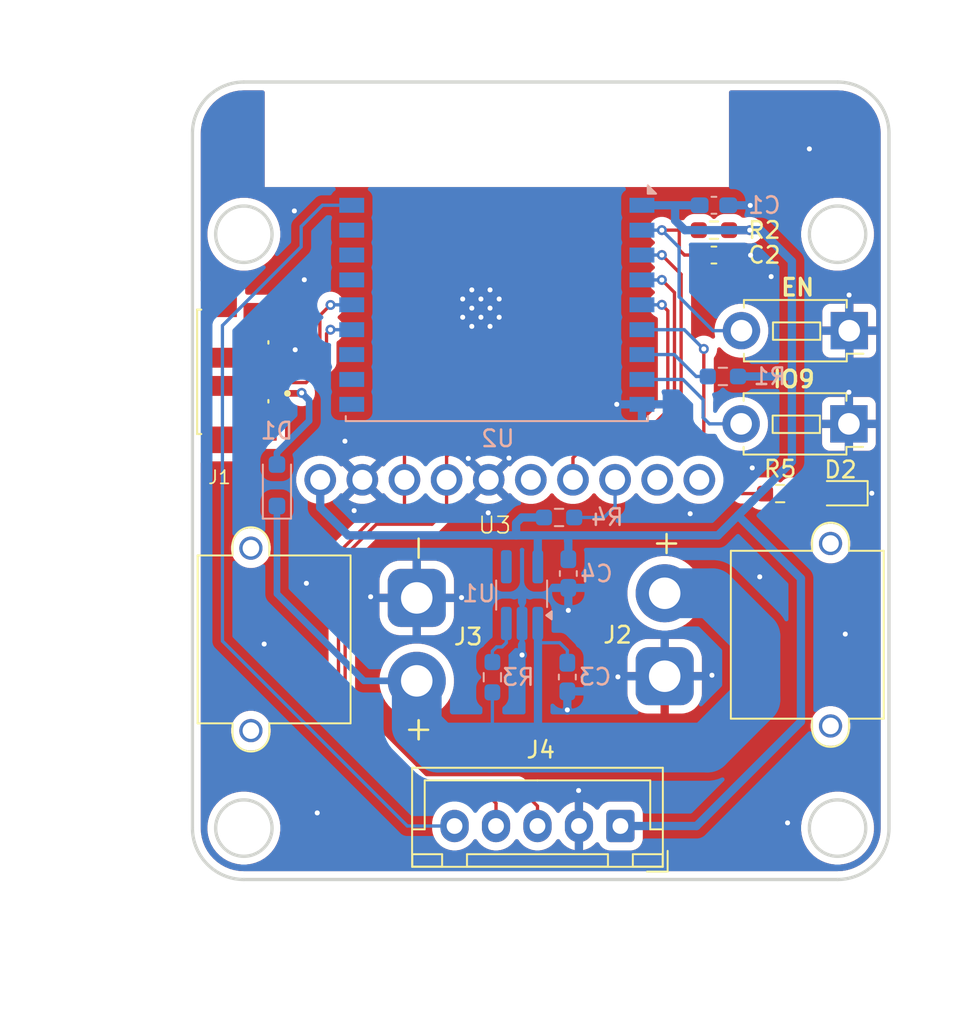
<source format=kicad_pcb>
(kicad_pcb (version 20241229) (generator "pcbnew") (generator_version "9.0")
  (layers (0 "F.Cu" signal) (2 "B.Cu" signal) (13 "F.Paste" user) (15 "B.Paste" user) (5 "F.SilkS" user "F.Silkscreen") (7 "B.SilkS" user "B.Silkscreen") (1 "F.Mask" user) (3 "B.Mask" user) (25 "Edge.Cuts" user))
  (net 0 "")
  (net 1 "Net-(U2-EN)")
  (net 2 "GND")
  (net 3 "VCC")
  (net 4 "+3V3")
  (net 5 "+5V")
  (net 6 "/D-")
  (net 7 "/D+")
  (net 8 "Net-(U2-IO8)")
  (net 9 "Net-(U1-EN)")
  (net 10 "Net-(U3-RST)")
  (net 11 "Net-(U2-IO9)")
  (net 13 "Net-(D2-A)")
  (net 14 "/INT1")
  (net 15 "/SCL")
  (net 18 "/LED")
  (net 22 "/SDA")
  (net 33 "/INT0")
  (footprint "Button_Switch_THT:SW_PUSH_1P1T_6x3.5mm_H4.3_APEM_MJTP1243" (layer "F.Cu") (at 165.32 86.99 180)
    (property "Reference" "SW2" (hide yes))
    (property "Value" "SW_Push")
    (fp_line (start 6.35 1.39) (end 6.35 1.85) (stroke (width 0.12)) (layer "F.SilkS"))
    (fp_line (start 6.35 -1.85) (end 6.35 -1.39) (stroke (width 0.12)) (layer "F.SilkS"))
    (fp_line (start 6.35 -1.85) (end 0.15 -1.85) (stroke (width 0.12)) (layer "F.SilkS"))
    (fp_line (start 0.15 1.85) (end 6.35 1.85) (stroke (width 0.12)) (layer "F.SilkS"))
    (fp_line (start 0.15 1.39) (end 0.15 1.85) (stroke (width 0.12)) (layer "F.SilkS"))
    (fp_line (start 0.15 -1.39) (end -0.85 -1.39) (stroke (width 0.12)) (layer "F.SilkS"))
    (fp_line (start 0.15 -1.85) (end 0.15 -1.39) (stroke (width 0.12)) (layer "F.SilkS"))
    (fp_rect (start 1.75 -0.55) (end 4.6 0.5) (stroke (width 0.12)) (fill no) (layer "F.SilkS"))
    (pad "1" thru_hole rect (at 0 0 270) (size 2.25 2.25) (drill 1.3) (layers "*.Cu" "*.Mask") (net 2 "GND"))
    (pad "2" thru_hole circle (at 6.5 0 270) (size 2.25 2.25) (drill 1.3) (layers "*.Cu" "*.Mask") (net 1 "Net-(U2-EN)"))
  )
  (footprint "Connector_AMASS:AMASS_XT30PW-M_1x02_P2.50mm_Horizontal" (layer "F.Cu") (at 139.24 103.1 90)
    (property "Reference" "J3" (at -2.34 3.1 180) (layer "F.SilkS"))
    (property "Value" "Conn_01x02_Pin")
    (fp_line (start 2.56 -13.21) (end 2.56 -11.11) (stroke (width 0.12)) (layer "F.SilkS"))
    (fp_line (start -7.56 -13.21) (end 2.56 -13.21) (stroke (width 0.12)) (layer "F.SilkS"))
    (fp_line (start -7.56 -13.21) (end -7.56 -11.11) (stroke (width 0.12)) (layer "F.SilkS"))
    (fp_line (start 2.56 -11.11) (end 3.15 -11.11) (stroke (width 0.12)) (layer "F.SilkS"))
    (fp_line (start -8.15 -11.11) (end -7.56 -11.11) (stroke (width 0.12)) (layer "F.SilkS"))
    (fp_line (start 2.56 -8.89) (end 3.15 -8.89) (stroke (width 0.12)) (layer "F.SilkS"))
    (fp_line (start 2.56 -8.89) (end 2.56 -3.99) (stroke (width 0.12)) (layer "F.SilkS"))
    (fp_line (start -7.56 -8.89) (end -7.56 -3.99) (stroke (width 0.12)) (layer "F.SilkS"))
    (fp_line (start -8.15 -8.89) (end -7.56 -8.89) (stroke (width 0.12)) (layer "F.SilkS"))
    (fp_line (start -7.56 -3.99) (end 2.56 -3.99) (stroke (width 0.12)) (layer "F.SilkS"))
    (fp_arc (start 3.15 -11.11) (mid 4.26 -10) (end 3.15 -8.89) (stroke (width 0.12)) (layer "F.SilkS"))
    (fp_arc (start -8.15 -8.89) (mid -9.26 -10) (end -8.15 -11.11) (stroke (width 0.12)) (layer "F.SilkS"))
    (fp_text user "-" (at 3 0 90) (layer "F.SilkS") (effects (font (size 1.5 1.5))))
    (fp_text user "+" (at -7.95 0 90) (layer "F.SilkS") (effects (font (size 1.5 1.5))))
    (pad "" thru_hole circle (at -8 -10 90) (size 1.4 1.4) (drill 1) (layers "*.Cu" "*.Mask"))
    (pad "" thru_hole circle (at 3 -10 90) (size 1.4 1.4) (drill 1) (layers "*.Cu" "*.Mask"))
    (pad "1" thru_hole roundrect (at 0 0 90) (size 3.5 3.5) (drill 1.9) (layers "*.Cu" "*.Mask") (roundrect_rratio 0.22) (net 2 "GND"))
    (pad "2" thru_hole circle (at -5 0 90) (size 3.5 3.5) (drill 1.9) (layers "*.Cu" "*.Mask") (net 3 "VCC"))
  )
  (footprint "Button_Switch_THT:SW_PUSH_1P1T_6x3.5mm_H4.3_APEM_MJTP1243" (layer "F.Cu") (at 165.3 92.607333 180)
    (property "Reference" "SW1" (hide yes))
    (property "Value" "SW_Push")
    (fp_line (start 6.35 1.39) (end 6.35 1.85) (stroke (width 0.12)) (layer "F.SilkS"))
    (fp_line (start 6.35 -1.85) (end 6.35 -1.39) (stroke (width 0.12)) (layer "F.SilkS"))
    (fp_line (start 6.35 -1.85) (end 0.15 -1.85) (stroke (width 0.12)) (layer "F.SilkS"))
    (fp_line (start 0.15 1.85) (end 6.35 1.85) (stroke (width 0.12)) (layer "F.SilkS"))
    (fp_line (start 0.15 1.39) (end 0.15 1.85) (stroke (width 0.12)) (layer "F.SilkS"))
    (fp_line (start 0.15 -1.39) (end -0.85 -1.39) (stroke (width 0.12)) (layer "F.SilkS"))
    (fp_line (start 0.15 -1.85) (end 0.15 -1.39) (stroke (width 0.12)) (layer "F.SilkS"))
    (fp_rect (start 1.75 -0.55) (end 4.6 0.5) (stroke (width 0.12)) (fill no) (layer "F.SilkS"))
    (pad "1" thru_hole rect (at 0 0 270) (size 2.25 2.25) (drill 1.3) (layers "*.Cu" "*.Mask") (net 2 "GND"))
    (pad "2" thru_hole circle (at 6.5 0 270) (size 2.25 2.25) (drill 1.3) (layers "*.Cu" "*.Mask") (net 11 "Net-(U2-IO9)"))
  )
  (footprint "Capacitor_SMD:C_0603_1608Metric_Pad1.08x0.95mm_HandSolder" (layer "F.Cu") (at 157.16 82.43)
    (property "Reference" "C2" (at 3.04 0 0) (layer "F.SilkS"))
    (property "Value" "10u")
    (fp_line (start -0.146267 -0.51) (end 0.146267 -0.51) (stroke (width 0.12)) (layer "F.SilkS"))
    (fp_line (start -0.146267 0.51) (end 0.146267 0.51) (stroke (width 0.12)) (layer "F.SilkS"))
    (pad "1" smd roundrect (at -0.8625 0) (size 1.075 0.95) (layers "F.Cu" "F.Mask" "F.Paste") (net 1 "Net-(U2-EN)"))
    (pad "2" smd roundrect (at 0.8625 0) (size 1.075 0.95) (layers "F.Cu" "F.Mask" "F.Paste") (net 2 "GND"))
  )
  (footprint "BNO08X:BNO08X" (layer "F.Cu") (at 144.85 89.63 90)
    (property "Reference" "U3" (at -9.09 -0.91 0) (layer "F.SilkS") (effects (font (thickness 0.1))))
    (property "Value" "BNO085")
    (pad "1" thru_hole circle (at -6.35 -11.43 90) (size 1.905 1.905) (drill 1.2) (layers "*.Cu" "*.Mask") (net 4 "+3V3"))
    (pad "2" thru_hole circle (at -6.35 -8.89 90) (size 1.905 1.905) (drill 1.2) (layers "*.Cu" "*.Mask") (net 2 "GND"))
    (pad "3" thru_hole circle (at -6.35 -6.35 90) (size 1.905 1.905) (drill 1.2) (layers "*.Cu" "*.Mask") (net 15 "/SCL"))
    (pad "4" thru_hole circle (at -6.35 -3.81 90) (size 1.905 1.905) (drill 1.2) (layers "*.Cu" "*.Mask") (net 22 "/SDA"))
    (pad "5" thru_hole circle (at -6.35 -1.27 90) (size 1.905 1.905) (drill 1.2) (layers "*.Cu" "*.Mask") (net 2 "GND"))
    (pad "6" thru_hole circle (at -6.35 1.27 90) (size 1.905 1.905) (drill 1.2) (layers "*.Cu" "*.Mask"))
    (pad "7" thru_hole circle (at -6.35 3.81 90) (size 1.905 1.905) (drill 1.2) (layers "*.Cu" "*.Mask") (net 33 "/INT0"))
    (pad "8" thru_hole circle (at -6.35 6.35 90) (size 1.905 1.905) (drill 1.2) (layers "*.Cu" "*.Mask") (net 10 "Net-(U3-RST)"))
    (pad "9" thru_hole circle (at -6.35 8.89 90) (size 1.905 1.905) (drill 1.2) (layers "*.Cu" "*.Mask"))
    (pad "10" thru_hole circle (at -6.35 11.43 90) (size 1.905 1.905) (drill 1.2) (layers "*.Cu" "*.Mask"))
  )
  (footprint "Connector_JST:JST_XH_B5B-XH-A_1x05_P2.50mm_Vertical" (layer "F.Cu") (at 151.52 116.85 180)
    (property "Reference" "J4" (at 4.805 4.59 0) (layer "F.SilkS"))
    (property "Value" "Conn_01x05_Pin")
    (fp_line (start 12.56 3.51) (end 12.56 -2.46) (stroke (width 0.12)) (layer "F.SilkS"))
    (fp_line (start 12.56 -2.46) (end -2.56 -2.46) (stroke (width 0.12)) (layer "F.SilkS"))
    (fp_line (start 12.55 -0.2) (end 11.8 -0.2) (stroke (width 0.12)) (layer "F.SilkS"))
    (fp_line (start 12.55 -1.7) (end 12.55 -2.45) (stroke (width 0.12)) (layer "F.SilkS"))
    (fp_line (start 12.55 -2.45) (end 10.75 -2.45) (stroke (width 0.12)) (layer "F.SilkS"))
    (fp_line (start 11.8 2.75) (end 5 2.75) (stroke (width 0.12)) (layer "F.SilkS"))
    (fp_line (start 11.8 -0.2) (end 11.8 2.75) (stroke (width 0.12)) (layer "F.SilkS"))
    (fp_line (start 10.75 -1.7) (end 12.55 -1.7) (stroke (width 0.12)) (layer "F.SilkS"))
    (fp_line (start 10.75 -2.45) (end 10.75 -1.7) (stroke (width 0.12)) (layer "F.SilkS"))
    (fp_line (start 9.25 -1.7) (end 9.25 -2.45) (stroke (width 0.12)) (layer "F.SilkS"))
    (fp_line (start 9.25 -2.45) (end 0.75 -2.45) (stroke (width 0.12)) (layer "F.SilkS"))
    (fp_line (start 0.75 -1.7) (end 9.25 -1.7) (stroke (width 0.12)) (layer "F.SilkS"))
    (fp_line (start 0.75 -2.45) (end 0.75 -1.7) (stroke (width 0.12)) (layer "F.SilkS"))
    (fp_line (start -0.75 -1.7) (end -0.75 -2.45) (stroke (width 0.12)) (layer "F.SilkS"))
    (fp_line (start -0.75 -2.45) (end -2.55 -2.45) (stroke (width 0.12)) (layer "F.SilkS"))
    (fp_line (start -1.6 -2.75) (end -2.85 -2.75) (stroke (width 0.12)) (layer "F.SilkS"))
    (fp_line (start -1.8 2.75) (end 5 2.75) (stroke (width 0.12)) (layer "F.SilkS"))
    (fp_line (start -1.8 -0.2) (end -1.8 2.75) (stroke (width 0.12)) (layer "F.SilkS"))
    (fp_line (start -2.55 -0.2) (end -1.8 -0.2) (stroke (width 0.12)) (layer "F.SilkS"))
    (fp_line (start -2.55 -1.7) (end -0.75 -1.7) (stroke (width 0.12)) (layer "F.SilkS"))
    (fp_line (start -2.55 -2.45) (end -2.55 -1.7) (stroke (width 0.12)) (layer "F.SilkS"))
    (fp_line (start -2.56 3.51) (end 12.56 3.51) (stroke (width 0.12)) (layer "F.SilkS"))
    (fp_line (start -2.56 -2.46) (end -2.56 3.51) (stroke (width 0.12)) (layer "F.SilkS"))
    (fp_line (start -2.85 -2.75) (end -2.85 -1.5) (stroke (width 0.12)) (layer "F.SilkS"))
    (pad "1" thru_hole roundrect (at 0 0 180) (size 1.7 1.95) (drill 0.95) (layers "*.Cu" "*.Mask") (roundrect_rratio 0.147059) (net 4 "+3V3"))
    (pad "2" thru_hole oval (at 2.5 0 180) (size 1.7 1.95) (drill 0.95) (layers "*.Cu" "*.Mask") (net 2 "GND"))
    (pad "3" thru_hole oval (at 5 0 180) (size 1.7 1.95) (drill 0.95) (layers "*.Cu" "*.Mask") (net 22 "/SDA"))
    (pad "4" thru_hole oval (at 7.5 0 180) (size 1.7 1.95) (drill 0.95) (layers "*.Cu" "*.Mask") (net 15 "/SCL"))
    (pad "5" thru_hole oval (at 10 0 180) (size 1.7 1.95) (drill 0.95) (layers "*.Cu" "*.Mask") (net 14 "/INT1"))
  )
  (footprint "Resistor_SMD:R_0603_1608Metric_Pad0.98x0.95mm_HandSolder" (layer "F.Cu") (at 161.1525 96.81)
    (property "Reference" "R5" (at 0 -1.49 0) (layer "F.SilkS"))
    (property "Value" "10k" (hide yes))
    (fp_line (start -0.254724 -0.5225) (end 0.254724 -0.5225) (stroke (width 0.12)) (layer "F.SilkS"))
    (fp_line (start -0.254724 0.5225) (end 0.254724 0.5225) (stroke (width 0.12)) (layer "F.SilkS"))
    (pad "1" smd roundrect (at -0.9125 0) (size 0.975 0.95) (layers "F.Cu" "F.Mask" "F.Paste") (net 18 "/LED"))
    (pad "2" smd roundrect (at 0.9125 0) (size 0.975 0.95) (layers "F.Cu" "F.Mask" "F.Paste") (net 13 "Net-(D2-A)"))
  )
  (footprint "Resistor_SMD:R_0603_1608Metric_Pad0.98x0.95mm_HandSolder" (layer "F.Cu") (at 157.16 80.93 180)
    (property "Reference" "R2" (at -3.04 0 0) (layer "F.SilkS"))
    (property "Value" "10k")
    (fp_line (start -0.254724 0.5225) (end 0.254724 0.5225) (stroke (width 0.12)) (layer "F.SilkS"))
    (fp_line (start -0.254724 -0.5225) (end 0.254724 -0.5225) (stroke (width 0.12)) (layer "F.SilkS"))
    (pad "1" smd roundrect (at -0.9125 0 180) (size 0.975 0.95) (layers "F.Cu" "F.Mask" "F.Paste") (net 4 "+3V3"))
    (pad "2" smd roundrect (at 0.9125 0 180) (size 0.975 0.95) (layers "F.Cu" "F.Mask" "F.Paste") (net 1 "Net-(U2-EN)"))
  )
  (footprint "LED_SMD:LED_0603_1608Metric_Pad1.05x0.95mm_HandSolder" (layer "F.Cu") (at 164.77 96.79 180)
    (property "Reference" "D2" (at -0.0225 1.42 0) (layer "F.SilkS"))
    (property "Value" "LED")
    (fp_line (start 0.8 -0.735) (end -1.66 -0.735) (stroke (width 0.12)) (layer "F.SilkS"))
    (fp_line (start -1.66 0.735) (end 0.8 0.735) (stroke (width 0.12)) (layer "F.SilkS"))
    (fp_line (start -1.66 -0.735) (end -1.66 0.735) (stroke (width 0.12)) (layer "F.SilkS"))
    (pad "1" smd roundrect (at -0.875 0 180) (size 1.05 0.95) (layers "F.Cu" "F.Mask" "F.Paste") (net 2 "GND"))
    (pad "2" smd roundrect (at 0.875 0 180) (size 1.05 0.95) (layers "F.Cu" "F.Mask" "F.Paste") (net 13 "Net-(D2-A)"))
  )
  (footprint "Connector_AMASS:AMASS_XT30PW-M_1x02_P2.50mm_Horizontal" (layer "F.Cu") (at 154.19 107.82 -90)
    (property "Reference" "J2" (at -2.49 2.84 0) (layer "F.SilkS"))
    (property "Value" "Conn_01x02_Pin" (hide yes))
    (fp_line (start -7.56 -3.99) (end 2.56 -3.99) (stroke (width 0.12)) (layer "F.SilkS"))
    (fp_line (start -8.15 -8.89) (end -7.56 -8.89) (stroke (width 0.12)) (layer "F.SilkS"))
    (fp_line (start -7.56 -8.89) (end -7.56 -3.99) (stroke (width 0.12)) (layer "F.SilkS"))
    (fp_line (start 2.56 -8.89) (end 2.56 -3.99) (stroke (width 0.12)) (layer "F.SilkS"))
    (fp_line (start 2.56 -8.89) (end 3.15 -8.89) (stroke (width 0.12)) (layer "F.SilkS"))
    (fp_line (start -8.15 -11.11) (end -7.56 -11.11) (stroke (width 0.12)) (layer "F.SilkS"))
    (fp_line (start 2.56 -11.11) (end 3.15 -11.11) (stroke (width 0.12)) (layer "F.SilkS"))
    (fp_line (start -7.56 -13.21) (end -7.56 -11.11) (stroke (width 0.12)) (layer "F.SilkS"))
    (fp_line (start -7.56 -13.21) (end 2.56 -13.21) (stroke (width 0.12)) (layer "F.SilkS"))
    (fp_line (start 2.56 -13.21) (end 2.56 -11.11) (stroke (width 0.12)) (layer "F.SilkS"))
    (fp_arc (start -8.15 -8.89) (mid -9.26 -10) (end -8.15 -11.11) (stroke (width 0.12)) (layer "F.SilkS"))
    (fp_arc (start 3.15 -11.11) (mid 4.26 -10) (end 3.15 -8.89) (stroke (width 0.12)) (layer "F.SilkS"))
    (fp_text user "-" (at 3.23 14.95 90) (layer "F.SilkS") (effects (font (size 1.5 1.5))))
    (fp_text user "+" (at -8 0 90) (layer "F.SilkS") (effects (font (size 1.5 1.5))))
    (pad "" thru_hole circle (at -8 -10 270) (size 1.4 1.4) (drill 1) (layers "*.Cu" "*.Mask"))
    (pad "" thru_hole circle (at 3 -10 270) (size 1.4 1.4) (drill 1) (layers "*.Cu" "*.Mask"))
    (pad "1" thru_hole roundrect (at 0 0 270) (size 3.5 3.5) (drill 1.9) (layers "*.Cu" "*.Mask") (roundrect_rratio 0.22) (net 2 "GND"))
    (pad "2" thru_hole circle (at -5 0 270) (size 3.5 3.5) (drill 1.9) (layers "*.Cu" "*.Mask") (net 3 "VCC"))
  )
  (footprint "ZX62R_B_5P_30:HRS_ZX62R-B-5P_30_" (layer "F.Cu") (at 127.445 89.47 -90)
    (property "Reference" "J1" (at 6.36 0.1 0) (layer "F.SilkS") (effects (font (size 0.8 0.8) (thickness 0.1))))
    (property "Value" "ZX62R-B-5P_30_")
    (fp_line (start -3.75 1.45) (end 3.75 1.45) (stroke (width 0.127)) (layer "F.SilkS"))
    (fp_line (start 3.75 1.45) (end 3.75 1.2) (stroke (width 0.127)) (layer "F.SilkS"))
    (fp_line (start -3.75 1.2) (end -3.75 1.45) (stroke (width 0.127)) (layer "F.SilkS"))
    (fp_line (start -1.85 -2.85) (end -1.7 -2.85) (stroke (width 0.127)) (layer "F.SilkS"))
    (fp_line (start 1.7 -2.85) (end 1.85 -2.85) (stroke (width 0.127)) (layer "F.SilkS"))
    (fp_circle (center 1.3 -4) (end 1.4 -4) (stroke (width 0.2)) (fill no) (layer "F.SilkS"))
    (pad "1" smd rect (at 1.3 -2.675 270) (size 0.4 1.35) (layers "F.Cu" "F.Mask" "F.Paste") (net 5 "+5V"))
    (pad "2" smd rect (at 0.65 -2.675 270) (size 0.4 1.35) (layers "F.Cu" "F.Mask" "F.Paste") (net 6 "/D-"))
    (pad "3" smd rect (at 0 -2.675 270) (size 0.4 1.35) (layers "F.Cu" "F.Mask" "F.Paste") (net 7 "/D+"))
    (pad "4" smd rect (at -0.65 -2.675 270) (size 0.4 1.35) (layers "F.Cu" "F.Mask" "F.Paste"))
    (pad "5" smd rect (at -1.3 -2.675 270) (size 0.4 1.35) (layers "F.Cu" "F.Mask" "F.Paste") (net 2 "GND"))
    (pad "S1" smd rect (at -3.1 -2.35 270) (size 2.1 2) (layers "F.Cu" "F.Mask" "F.Paste"))
    (pad "S2" smd rect (at 3.1 -2.35 270) (size 2.1 2) (layers "F.Cu" "F.Mask" "F.Paste"))
    (pad "S3" smd rect (at 4.1 0 270) (size 1.6 1.9) (layers "F.Cu" "F.Mask" "F.Paste"))
    (pad "S4" smd rect (at 0.85 0 270) (size 1.2 1.9) (layers "F.Cu" "F.Mask" "F.Paste"))
    (pad "S5" smd rect (at -0.85 0 270) (size 1.2 1.9) (layers "F.Cu" "F.Mask" "F.Paste"))
    (pad "S6" smd rect (at -4.1 0 270) (size 1.6 1.9) (layers "F.Cu" "F.Mask" "F.Paste"))
    (zone (net 0) (net_name "") (layer "F.Cu") (connect_pads (clearance 0)) (min_thickness 0.01)
      (keepout (tracks not_allowed) (vias not_allowed) (pads not_allowed) (copperpour not_allowed) (footprints allowed))
      (fill (thermal_gap 0.508) (thermal_bridge_width 0.508))
      (polygon (pts (xy 126.495 85.72) (xy 126.495 86.17) (xy 125.995 86.17) (xy 125.995 85.72)))
    )
    (zone (net 0) (net_name "") (layer "F.Cu") (connect_pads (clearance 0)) (min_thickness 0.01)
      (keepout (tracks not_allowed) (vias not_allowed) (pads not_allowed) (copperpour not_allowed) (footprints allowed))
      (fill (thermal_gap 0.508) (thermal_bridge_width 0.508))
      (polygon (pts (xy 126.495 88.02) (xy 126.495 90.92) (xy 125.995 90.92) (xy 125.995 88.02)))
    )
    (zone (net 0) (net_name "") (layer "F.Cu") (connect_pads (clearance 0)) (min_thickness 0.01)
      (keepout (tracks not_allowed) (vias not_allowed) (pads not_allowed) (copperpour not_allowed) (footprints allowed))
      (fill (thermal_gap 0.508) (thermal_bridge_width 0.508))
      (polygon (pts (xy 126.495 92.77) (xy 126.495 93.22) (xy 125.995 93.22) (xy 125.995 92.77)))
    )
    (zone (net 0) (net_name "") (layer "F.Cu") (connect_pads (clearance 0)) (min_thickness 0.01)
      (keepout (tracks not_allowed) (vias not_allowed) (pads not_allowed) (copperpour not_allowed) (footprints allowed))
      (fill (thermal_gap 0.508) (thermal_bridge_width 0.508))
      (polygon (pts (xy 127.875 86.17) (xy 127.875 86.67) (xy 125.995 86.67) (xy 125.995 86.17)))
    )
    (zone (net 0) (net_name "") (layer "F.Cu") (connect_pads (clearance 0)) (min_thickness 0.01)
      (keepout (tracks not_allowed) (vias not_allowed) (pads not_allowed) (copperpour not_allowed) (footprints allowed))
      (fill (thermal_gap 0.508) (thermal_bridge_width 0.508))
      (polygon (pts (xy 127.875 87.52) (xy 127.875 88.02) (xy 125.995 88.02) (xy 125.995 87.52)))
    )
    (zone (net 0) (net_name "") (layer "F.Cu") (connect_pads (clearance 0)) (min_thickness 0.01)
      (keepout (tracks not_allowed) (vias not_allowed) (pads not_allowed) (copperpour not_allowed) (footprints allowed))
      (fill (thermal_gap 0.508) (thermal_bridge_width 0.508))
      (polygon (pts (xy 127.875 90.92) (xy 127.875 91.42) (xy 125.995 91.42) (xy 125.995 90.92)))
    )
    (zone (net 0) (net_name "") (layer "F.Cu") (connect_pads (clearance 0)) (min_thickness 0.01)
      (keepout (tracks not_allowed) (vias not_allowed) (pads not_allowed) (copperpour not_allowed) (footprints allowed))
      (fill (thermal_gap 0.508) (thermal_bridge_width 0.508))
      (polygon (pts (xy 127.875 92.27) (xy 127.875 92.77) (xy 125.995 92.77) (xy 125.995 92.27)))
    )
    (zone (net 0) (net_name "") (layer "F.Cu") (connect_pads (clearance 0)) (min_thickness 0.01)
      (keepout (tracks not_allowed) (vias not_allowed) (pads not_allowed) (copperpour not_allowed) (footprints allowed))
      (fill (thermal_gap 0.508) (thermal_bridge_width 0.508))
      (polygon (pts (xy 128.395 86.17) (xy 128.395 88.02) (xy 127.875 88.02) (xy 127.875 86.17)))
    )
    (zone (net 0) (net_name "") (layer "F.Cu") (connect_pads (clearance 0)) (min_thickness 0.01)
      (keepout (tracks not_allowed) (vias not_allowed) (pads not_allowed) (copperpour not_allowed) (footprints allowed))
      (fill (thermal_gap 0.508) (thermal_bridge_width 0.508))
      (polygon (pts (xy 128.395 89.22) (xy 128.395 89.72) (xy 126.495 89.72) (xy 126.495 89.22)))
    )
    (zone (net 0) (net_name "") (layer "F.Cu") (connect_pads (clearance 0)) (min_thickness 0.01)
      (keepout (tracks not_allowed) (vias not_allowed) (pads not_allowed) (copperpour not_allowed) (footprints allowed))
      (fill (thermal_gap 0.508) (thermal_bridge_width 0.508))
      (polygon (pts (xy 128.395 90.92) (xy 128.395 92.77) (xy 127.875 92.77) (xy 127.875 90.92)))
    )
    (zone (net 0) (net_name "") (layer "F.Cu") (connect_pads (clearance 0)) (min_thickness 0.01)
      (keepout (tracks not_allowed) (vias not_allowed) (pads not_allowed) (copperpour not_allowed) (footprints allowed))
      (fill (thermal_gap 0.508) (thermal_bridge_width 0.508))
      (polygon (pts (xy 128.795 85.72) (xy 128.795 87.42) (xy 128.395 87.42) (xy 128.395 85.72)))
    )
    (zone (net 0) (net_name "") (layer "F.Cu") (connect_pads (clearance 0)) (min_thickness 0.01)
      (keepout (tracks not_allowed) (vias not_allowed) (pads not_allowed) (copperpour not_allowed) (footprints allowed))
      (fill (thermal_gap 0.508) (thermal_bridge_width 0.508))
      (polygon (pts (xy 128.795 91.52) (xy 128.795 93.22) (xy 128.395 93.22) (xy 128.395 91.52)))
    )
    (zone (net 0) (net_name "") (layer "F.Cu") (connect_pads (clearance 0)) (min_thickness 0.01)
      (keepout (tracks not_allowed) (vias not_allowed) (pads not_allowed) (copperpour not_allowed) (footprints allowed))
      (fill (thermal_gap 0.508) (thermal_bridge_width 0.508))
      (polygon (pts (xy 129.445 87.42) (xy 129.445 91.52) (xy 128.395 91.52) (xy 128.395 87.42)))
    )
  )
  (footprint "Capacitor_SMD:C_0603_1608Metric_Pad1.08x0.95mm_HandSolder" (layer "B.Cu") (at 148.32 107.87 -90)
    (property "Reference" "C3" (at -0.01 -1.67 0) (layer "B.SilkS") (effects (justify mirror)))
    (property "Value" "1u")
    (fp_line (start -0.146267 0.51) (end 0.146267 0.51) (stroke (width 0.12)) (layer "B.SilkS"))
    (fp_line (start -0.146267 -0.51) (end 0.146267 -0.51) (stroke (width 0.12)) (layer "B.SilkS"))
    (pad "1" smd roundrect (at -0.8625 0 270) (size 1.075 0.95) (layers "B.Cu" "B.Mask" "B.Paste") (net 3 "VCC"))
    (pad "2" smd roundrect (at 0.8625 0 270) (size 1.075 0.95) (layers "B.Cu" "B.Mask" "B.Paste") (net 2 "GND"))
  )
  (footprint "Capacitor_SMD:C_0603_1608Metric_Pad1.08x0.95mm_HandSolder" (layer "B.Cu") (at 157.16 79.43)
    (property "Reference" "C1" (at 3.04 0 0) (layer "B.SilkS") (effects (justify mirror)))
    (property "Value" "10u")
    (fp_line (start -0.146267 -0.51) (end 0.146267 -0.51) (stroke (width 0.12)) (layer "B.SilkS"))
    (fp_line (start -0.146267 0.51) (end 0.146267 0.51) (stroke (width 0.12)) (layer "B.SilkS"))
    (pad "1" smd roundrect (at -0.8625 0) (size 1.075 0.95) (layers "B.Cu" "B.Mask" "B.Paste") (net 4 "+3V3"))
    (pad "2" smd roundrect (at 0.8625 0) (size 1.075 0.95) (layers "B.Cu" "B.Mask" "B.Paste") (net 2 "GND"))
  )
  (footprint "RF_Module:ESP32-C3-WROOM-02" (layer "B.Cu") (at 144.07 85.43 180)
    (property "Reference" "U2" (at -0.065 -8.062 0) (layer "B.SilkS") (effects (justify mirror)))
    (property "Value" "ESP32-C3-WROOM-02")
    (fp_line (start 9.11 -6.71) (end 9.11 -7.01) (stroke (width 0.12)) (layer "B.SilkS"))
    (fp_line (start -9.11 -6.71) (end -9.11 -7.01) (stroke (width 0.12)) (layer "B.SilkS"))
    (fp_line (start -9.11 -7.01) (end 9.11 -7.01) (stroke (width 0.12)) (layer "B.SilkS"))
    (fp_poly (pts (xy -9.1 6.7) (xy -9.6 6.7) (xy -9.1 7.2) (xy -9.1 6.7)) (stroke (width 0.12)) (fill yes) (layer "B.SilkS"))
    (pad "1" smd rect (at -8.75 6 180) (size 1.5 0.9) (layers "B.Cu" "B.Mask" "B.Paste") (net 4 "+3V3"))
    (pad "2" smd rect (at -8.75 4.5 180) (size 1.5 0.9) (layers "B.Cu" "B.Mask" "B.Paste") (net 1 "Net-(U2-EN)"))
    (pad "3" smd rect (at -8.75 3 180) (size 1.5 0.9) (layers "B.Cu" "B.Mask" "B.Paste") (net 33 "/INT0"))
    (pad "4" smd rect (at -8.75 1.5 180) (size 1.5 0.9) (layers "B.Cu" "B.Mask" "B.Paste") (net 22 "/SDA"))
    (pad "5" smd rect (at -8.75 0 180) (size 1.5 0.9) (layers "B.Cu" "B.Mask" "B.Paste") (net 15 "/SCL"))
    (pad "6" smd rect (at -8.75 -1.5 180) (size 1.5 0.9) (layers "B.Cu" "B.Mask" "B.Paste") (net 18 "/LED"))
    (pad "7" smd rect (at -8.75 -3 180) (size 1.5 0.9) (layers "B.Cu" "B.Mask" "B.Paste") (net 8 "Net-(U2-IO8)"))
    (pad "8" smd rect (at -8.75 -4.5 180) (size 1.5 0.9) (layers "B.Cu" "B.Mask" "B.Paste") (net 11 "Net-(U2-IO9)"))
    (pad "9" smd rect (at -8.75 -6 180) (size 1.5 0.9) (layers "B.Cu" "B.Mask" "B.Paste") (net 2 "GND"))
    (pad "10" smd rect (at 8.75 -6 180) (size 1.5 0.9) (layers "B.Cu" "B.Mask" "B.Paste"))
    (pad "11" smd rect (at 8.75 -4.5 180) (size 1.5 0.9) (layers "B.Cu" "B.Mask" "B.Paste"))
    (pad "12" smd rect (at 8.75 -3 180) (size 1.5 0.9) (layers "B.Cu" "B.Mask" "B.Paste"))
    (pad "13" smd rect (at 8.75 -1.5 180) (size 1.5 0.9) (layers "B.Cu" "B.Mask" "B.Paste") (net 6 "/D-"))
    (pad "14" smd rect (at 8.75 0 180) (size 1.5 0.9) (layers "B.Cu" "B.Mask" "B.Paste") (net 7 "/D+"))
    (pad "15" smd rect (at 8.75 1.5 180) (size 1.5 0.9) (layers "B.Cu" "B.Mask" "B.Paste"))
    (pad "16" smd rect (at 8.75 3 180) (size 1.5 0.9) (layers "B.Cu" "B.Mask" "B.Paste"))
    (pad "17" smd rect (at 8.75 4.5 180) (size 1.5 0.9) (layers "B.Cu" "B.Mask" "B.Paste"))
    (pad "18" smd rect (at 8.75 6 180) (size 1.5 0.9) (layers "B.Cu" "B.Mask" "B.Paste") (net 14 "/INT1"))
    (pad "19" thru_hole circle (at -0.14 -0.75 180) (size 0.6 0.6) (drill 0.3) (property pad_prop_heatsink) (layers "*.Cu" "B.Mask") (net 2 "GND"))
    (pad "19" thru_hole circle (at -0.14 0.35 180) (size 0.6 0.6) (drill 0.3) (property pad_prop_heatsink) (layers "*.Cu" "B.Mask") (net 2 "GND"))
    (pad "19" thru_hole circle (at 0.41 -1.3 180) (size 0.6 0.6) (drill 0.3) (property pad_prop_heatsink) (layers "*.Cu" "B.Mask") (net 2 "GND"))
    (pad "19" thru_hole circle (at 0.41 -0.2 180) (size 0.6 0.6) (drill 0.3) (property pad_prop_heatsink) (layers "*.Cu" "B.Mask") (net 2 "GND"))
    (pad "19" thru_hole circle (at 0.41 0.9 180) (size 0.6 0.6) (drill 0.3) (property pad_prop_heatsink) (layers "*.Cu" "B.Mask") (net 2 "GND"))
    (pad "19" thru_hole circle (at 0.96 -0.75 180) (size 0.6 0.6) (drill 0.3) (property pad_prop_heatsink) (layers "*.Cu" "B.Mask") (net 2 "GND"))
    (pad "19" smd rect (at 0.96 -0.2 180) (size 2.9 2.9) (property pad_prop_heatsink) (layers "B.Cu" "B.Mask") (net 2 "GND"))
    (pad "19" thru_hole circle (at 0.96 0.35 180) (size 0.6 0.6) (drill 0.3) (property pad_prop_heatsink) (layers "*.Cu" "B.Mask") (net 2 "GND"))
    (pad "19" thru_hole circle (at 1.51 -1.3 180) (size 0.6 0.6) (drill 0.3) (property pad_prop_heatsink) (layers "*.Cu" "B.Mask") (net 2 "GND"))
    (pad "19" thru_hole circle (at 1.51 -0.2 180) (size 0.6 0.6) (drill 0.3) (property pad_prop_heatsink) (layers "*.Cu" "B.Mask") (net 2 "GND"))
    (pad "19" thru_hole circle (at 1.51 0.9 180) (size 0.6 0.6) (drill 0.3) (property pad_prop_heatsink) (layers "*.Cu" "B.Mask") (net 2 "GND"))
    (pad "19" thru_hole circle (at 2.06 -0.75 180) (size 0.6 0.6) (drill 0.3) (property pad_prop_heatsink) (layers "*.Cu" "B.Mask") (net 2 "GND"))
    (pad "19" thru_hole circle (at 2.06 0.35 180) (size 0.6 0.6) (drill 0.3) (property pad_prop_heatsink) (layers "*.Cu" "B.Mask") (net 2 "GND"))
    (zone (net 0) (net_name "") (layers "F.Cu" "B.Cu") (connect_pads (clearance 0)) (min_thickness 0.254)
      (keepout (tracks not_allowed) (vias not_allowed) (pads not_allowed) (copperpour not_allowed) (footprints not_allowed))
      (fill (thermal_gap 0.508) (thermal_bridge_width 0.508))
      (polygon (pts (xy 158.07 78.33) (xy 130.07 78.33) (xy 130.07 67.33) (xy 158.07 67.33)))
    )
  )
  (footprint "Resistor_SMD:R_0603_1608Metric_Pad0.98x0.95mm_HandSolder" (layer "B.Cu") (at 143.8 107.88 90)
    (property "Reference" "R3" (at 0 1.56 0) (layer "B.SilkS") (effects (justify mirror)))
    (property "Value" "10k")
    (fp_line (start -0.254724 -0.5225) (end 0.254724 -0.5225) (stroke (width 0.12)) (layer "B.SilkS"))
    (fp_line (start -0.254724 0.5225) (end 0.254724 0.5225) (stroke (width 0.12)) (layer "B.SilkS"))
    (pad "1" smd roundrect (at -0.9125 0 90) (size 0.975 0.95) (layers "B.Cu" "B.Mask" "B.Paste") (net 3 "VCC"))
    (pad "2" smd roundrect (at 0.9125 0 90) (size 0.975 0.95) (layers "B.Cu" "B.Mask" "B.Paste") (net 9 "Net-(U1-EN)"))
  )
  (footprint "Capacitor_SMD:C_0603_1608Metric_Pad1.08x0.95mm_HandSolder" (layer "B.Cu") (at 148.38 101.63 -90)
    (property "Reference" "C4" (at 0.01 -1.7 0) (layer "B.SilkS") (effects (justify mirror)))
    (property "Value" "10u")
    (fp_line (start -0.146267 0.51) (end 0.146267 0.51) (stroke (width 0.12)) (layer "B.SilkS"))
    (fp_line (start -0.146267 -0.51) (end 0.146267 -0.51) (stroke (width 0.12)) (layer "B.SilkS"))
    (pad "1" smd roundrect (at -0.8625 0 270) (size 1.075 0.95) (layers "B.Cu" "B.Mask" "B.Paste") (net 4 "+3V3"))
    (pad "2" smd roundrect (at 0.8625 0 270) (size 1.075 0.95) (layers "B.Cu" "B.Mask" "B.Paste") (net 2 "GND"))
  )
  (footprint "Package_TO_SOT_SMD:TSOT-23-5_HandSoldering" (layer "B.Cu") (at 145.59 102.93 90)
    (property "Reference" "U1" (at 0.09 -2.61 180) (layer "B.SilkS") (effects (justify mirror)))
    (property "Value" "RT9080-33GJ5")
    (fp_line (start -0.88 -1.56) (end 0.88 -1.56) (stroke (width 0.12)) (layer "B.SilkS"))
    (fp_line (start 0.08 1.51) (end 0.88 1.51) (stroke (width 0.12)) (layer "B.SilkS"))
    (fp_line (start 0.08 1.51) (end -0.72 1.51) (stroke (width 0.12)) (layer "B.SilkS"))
    (fp_poly (pts (xy -1.22 1.46) (xy -1.46 1.79) (xy -0.98 1.79) (xy -1.22 1.46)) (stroke (width 0.12)) (fill yes) (layer "B.SilkS"))
    (pad "1" smd roundrect (at -1.71 0.95 90) (size 2 0.65) (layers "B.Cu" "B.Mask" "B.Paste") (net 3 "VCC"))
    (pad "2" smd roundrect (at -1.71 0 90) (size 2 0.65) (layers "B.Cu" "B.Mask" "B.Paste") (net 2 "GND"))
    (pad "3" smd roundrect (at -1.71 -0.95 90) (size 2 0.65) (layers "B.Cu" "B.Mask" "B.Paste") (net 9 "Net-(U1-EN)"))
    (pad "4" smd roundrect (at 1.71 -0.95 90) (size 2 0.65) (layers "B.Cu" "B.Mask" "B.Paste"))
    (pad "5" smd roundrect (at 1.71 0.95 90) (size 2 0.65) (layers "B.Cu" "B.Mask" "B.Paste") (net 4 "+3V3"))
  )
  (footprint "Diode_SMD:D_SOD-323_HandSoldering" (layer "B.Cu") (at 130.81 96.31 90)
    (property "Reference" "D1" (at 3.28 -0.01 0) (layer "B.SilkS") (effects (justify mirror)))
    (property "Value" "D")
    (fp_line (start -2.01 -0.85) (end 1.25 -0.85) (stroke (width 0.12)) (layer "B.SilkS"))
    (fp_line (start -2.01 0.85) (end -2.01 -0.85) (stroke (width 0.12)) (layer "B.SilkS"))
    (fp_line (start -2.01 0.85) (end 1.25 0.85) (stroke (width 0.12)) (layer "B.SilkS"))
    (pad "1" smd roundrect (at -1.25 0 90) (size 1 1) (layers "B.Cu" "B.Mask" "B.Paste") (net 3 "VCC"))
    (pad "2" smd roundrect (at 1.25 0 90) (size 1 1) (layers "B.Cu" "B.Mask" "B.Paste") (net 5 "+5V"))
  )
  (footprint "Resistor_SMD:R_0603_1608Metric_Pad0.98x0.95mm_HandSolder" (layer "B.Cu") (at 147.82 98.25)
    (property "Reference" "R4" (at 2.91 -0.01 180) (layer "B.SilkS") (effects (justify mirror)))
    (property "Value" "10k")
    (fp_line (start -0.254724 -0.5225) (end 0.254724 -0.5225) (stroke (width 0.12)) (layer "B.SilkS"))
    (fp_line (start -0.254724 0.5225) (end 0.254724 0.5225) (stroke (width 0.12)) (layer "B.SilkS"))
    (pad "1" smd roundrect (at -0.9125 0) (size 0.975 0.95) (layers "B.Cu" "B.Mask" "B.Paste") (net 4 "+3V3"))
    (pad "2" smd roundrect (at 0.9125 0) (size 0.975 0.95) (layers "B.Cu" "B.Mask" "B.Paste") (net 10 "Net-(U3-RST)"))
  )
  (footprint "Resistor_SMD:R_0603_1608Metric_Pad0.98x0.95mm_HandSolder" (layer "B.Cu") (at 157.7 89.749 180)
    (property "Reference" "R1" (at -2.8275 0 0) (layer "B.SilkS") (effects (justify mirror)))
    (property "Value" "10k")
    (fp_line (start -0.254724 0.5225) (end 0.254724 0.5225) (stroke (width 0.12)) (layer "B.SilkS"))
    (fp_line (start -0.254724 -0.5225) (end 0.254724 -0.5225) (stroke (width 0.12)) (layer "B.SilkS"))
    (pad "1" smd roundrect (at -0.9125 0 180) (size 0.975 0.95) (layers "B.Cu" "B.Mask" "B.Paste") (net 4 "+3V3"))
    (pad "2" smd roundrect (at 0.9125 0 180) (size 0.975 0.95) (layers "B.Cu" "B.Mask" "B.Paste") (net 8 "Net-(U2-IO8)"))
  )
  (gr_line (start 164.615 120.075) (end 128.815 120.075) (stroke (width 0.2)) (layer "Edge.Cuts"))
  (gr_arc (start 167.715 116.975) (mid 166.807031 119.167031) (end 164.615 120.075) (stroke (width 0.2)) (layer "Edge.Cuts"))
  (gr_circle (center 164.615 116.975) (end 162.915 116.975) (stroke (width 0.2)) (fill no) (layer "Edge.Cuts"))
  (gr_line (start 167.715 75.1) (end 167.715 116.975) (stroke (width 0.2)) (layer "Edge.Cuts"))
  (gr_circle (center 128.815 116.975) (end 130.515 116.975) (stroke (width 0.2)) (fill no) (layer "Edge.Cuts"))
  (gr_arc (start 164.615 72) (mid 166.807031 72.907969) (end 167.715 75.1) (stroke (width 0.2)) (layer "Edge.Cuts"))
  (gr_arc (start 128.815 120.075) (mid 126.622969 119.167031) (end 125.715 116.975) (stroke (width 0.2)) (layer "Edge.Cuts"))
  (gr_circle (center 164.615 81.175) (end 166.315 81.175) (stroke (width 0.2)) (fill no) (layer "Edge.Cuts"))
  (gr_circle (center 128.815 81.175) (end 130.515 81.175) (stroke (width 0.2)) (fill no) (layer "Edge.Cuts"))
  (gr_line (start 128.815 72) (end 164.615 72) (stroke (width 0.2)) (layer "Edge.Cuts"))
  (gr_arc (start 125.715 75.1) (mid 126.622969 72.907969) (end 128.815 72) (stroke (width 0.2)) (layer "Edge.Cuts"))
  (gr_line (start 125.715 116.975) (end 125.715 75.1) (stroke (width 0.2)) (layer "Edge.Cuts"))
  (gr_text "IO9" (at 160.61 90.5 0) (layer "F.SilkS") (effects (font (size 1 1) (thickness 0.2) (bold yes)) (justify left bottom)))
  (gr_text "EN" (at 161.1 84.97 0) (layer "F.SilkS") (effects (font (size 1 1) (thickness 0.2) (bold yes)) (justify left bottom)))
  (segment (start 155.19 80.93) (end 154.02 80.93) (width 0.2) (layer "F.Cu") (net 1))
  (segment (start 155.07 80.93) (end 155.07 82.12) (width 0.2) (layer "F.Cu") (net 1))
  (segment (start 155.07 80.93) (end 155.19 80.93) (width 0.2) (layer "F.Cu") (net 1))
  (segment (start 155.38 82.43) (end 156.2975 82.43) (width 0.2) (layer "F.Cu") (net 1))
  (segment (start 155.07 82.12) (end 155.38 82.43) (width 0.2) (layer "F.Cu") (net 1))
  (segment (start 155.19 80.93) (end 156.2475 80.93) (width 0.2) (layer "F.Cu") (net 1))
  (via (at 154.02 80.93) (size 0.6) (drill 0.3) (layers "F.Cu" "B.Cu") (net 1))
  (segment (start 155.06 81.97) (end 155.06 84.95) (width 0.2) (layer "B.Cu") (net 1))
  (segment (start 157.1 86.99) (end 158.82 86.99) (width 0.2) (layer "B.Cu") (net 1))
  (segment (start 155.06 84.95) (end 157.1 86.99) (width 0.2) (layer "B.Cu") (net 1))
  (segment (start 152.82 80.93) (end 154.02 80.93) (width 0.2) (layer "B.Cu") (net 1))
  (segment (start 154.02 80.93) (end 155.06 81.97) (width 0.2) (layer "B.Cu") (net 1))
  (segment (start 143.55 97.97) (end 143.58 97.94) (width 0.2) (layer "F.Cu") (net 2))
  (segment (start 131.315 88.14) (end 131.77 88.14) (width 0.3) (layer "F.Cu") (net 2))
  (segment (start 131.77 88.14) (end 131.74 88.17) (width 0.3) (layer "F.Cu") (net 2))
  (segment (start 131.74 88.17) (end 130.12 88.17) (width 0.3) (layer "F.Cu") (net 2))
  (segment (start 158.0225 82.43) (end 159.36 82.43) (width 0.2) (layer "F.Cu") (net 2))
  (segment (start 131.77 88.14) (end 131.91 88.14) (width 0.3) (layer "F.Cu") (net 2))
  (segment (start 159.36 82.43) (end 159.37 82.44) (width 0.2) (layer "F.Cu") (net 2))
  (segment (start 165.645 96.79) (end 166.68 96.79) (width 0.2) (layer "F.Cu") (net 2))
  (via (at 132.46 83.92) (size 0.6) (drill 0.3) (layers "F.Cu" "B.Cu") (net 2))
  (via (at 166.68 96.79) (size 0.6) (drill 0.3) (layers "F.Cu" "B.Cu") (net 2))
  (via (at 135.465 97.837) (size 0.6) (drill 0.3) (layers "F.Cu" "B.Cu") (net 2))
  (via (at 151.37 107.86) (size 0.6) (drill 0.3) (layers "F.Cu" "B.Cu") (net 2))
  (via (at 131.86 79.77) (size 0.6) (drill 0.3) (layers "F.Cu" "B.Cu") (net 2))
  (via (at 143.55 97.97) (size 0.6) (drill 0.3) (layers "F.Cu" "B.Cu") (net 2))
  (via (at 165.08 105.28) (size 0.6) (drill 0.3) (layers "F.Cu" "B.Cu") (net 2))
  (via (at 142.35 94.69) (size 0.6) (drill 0.3) (layers "F.Cu" "B.Cu") (net 2))
  (via (at 161.6 116.66) (size 0.6) (drill 0.3) (layers "F.Cu" "B.Cu") (net 2))
  (via (at 148.38 103.85) (size 0.6) (drill 0.3) (layers "F.Cu" "B.Cu") (net 2))
  (via (at 162.915 76.031) (size 0.6) (drill 0.3) (layers "F.Cu" "B.Cu") (net 2))
  (via (at 149 114.71) (size 0.6) (drill 0.3) (layers "F.Cu" "B.Cu") (net 2))
  (via (at 159.35 79.44) (size 0.6) (drill 0.3) (layers "F.Cu" "B.Cu") (net 2))
  (via (at 130.04 105.88) (size 0.6) (drill 0.3) (layers "F.Cu" "B.Cu") (net 2))
  (via (at 151.3 91.43) (size 0.6) (drill 0.3) (layers "F.Cu" "B.Cu") (net 2))
  (via (at 165.3 90.7) (size 0.6) (drill 0.3) (layers "F.Cu" "B.Cu") (net 2))
  (via (at 145.59 106.54) (size 0.6) (drill 0.3) (layers "F.Cu" "B.Cu") (net 2))
  (via (at 148.32 109.85) (size 0.6) (drill 0.3) (layers "F.Cu" "B.Cu") (net 2))
  (via (at 159.922 101.829) (size 0.6) (drill 0.3) (layers "F.Cu" "B.Cu") (net 2))
  (via (at 141.94 103.08) (size 0.6) (drill 0.3) (layers "F.Cu" "B.Cu") (net 2))
  (via (at 155.728 98.023) (size 0.6) (drill 0.3) (layers "F.Cu" "B.Cu") (net 2))
  (via (at 159.47 95.262) (size 0.6) (drill 0.3) (layers "F.Cu" "B.Cu") (net 2))
  (via (at 144.8 94.67) (size 0.6) (drill 0.3) (layers "F.Cu" "B.Cu") (net 2))
  (via (at 157.04 107.76) (size 0.6) (drill 0.3) (layers "F.Cu" "B.Cu") (net 2))
  (via (at 131.91 88.14) (size 0.6) (drill 0.3) (layers "F.Cu" "B.Cu") (net 2))
  (via (at 160.61 83.73) (size 0.6) (drill 0.3) (layers "F.Cu" "B.Cu") (net 2))
  (via (at 136.46 103.03) (size 0.6) (drill 0.3) (layers "F.Cu" "B.Cu") (net 2))
  (via (at 134.91 93.65) (size 0.6) (drill 0.3) (layers "F.Cu" "B.Cu") (net 2))
  (via (at 133.24 116.06) (size 0.6) (drill 0.3) (layers "F.Cu" "B.Cu") (net 2))
  (via (at 132.586 102.218) (size 0.6) (drill 0.3) (layers "F.Cu" "B.Cu") (net 2))
  (via (at 165.31 84.84) (size 0.6) (drill 0.3) (layers "F.Cu" "B.Cu") (net 2))
  (via (at 159.37 82.44) (size 0.6) (drill 0.3) (layers "F.Cu" "B.Cu") (net 2))
  (segment (start 148.38 102.4925) (end 148.38 103.85) (width 0.2) (layer "B.Cu") (net 2))
  (segment (start 158.0225 79.43) (end 159.34 79.43) (width 0.2) (layer "B.Cu") (net 2))
  (segment (start 145.59 104.64) (end 145.59 106.54) (width 0.2) (layer "B.Cu") (net 2))
  (segment (start 159.34 79.43) (end 159.35 79.44) (width 0.2) (layer "B.Cu") (net 2))
  (segment (start 148.32 108.7325) (end 148.32 109.85) (width 0.2) (layer "B.Cu") (net 2))
  (segment (start 148.32 106.26) (end 148.32 107.0075) (width 0.2) (layer "B.Cu") (net 3))
  (segment (start 146.551 105.803) (end 146.551 112.989) (width 0.5) (layer "B.Cu") (net 3))
  (segment (start 146.551 105.803) (end 146.551 104.651) (width 0.5) (layer "B.Cu") (net 3))
  (segment (start 130.81 97.56) (end 130.81 102.85) (width 0.4) (layer "B.Cu") (net 3))
  (segment (start 143.67 112.121) (end 140.511 112.121) (width 3) (layer "B.Cu") (net 3))
  (segment (start 159.66 109.23) (end 156.769 112.121) (width 3) (layer "B.Cu") (net 3))
  (segment (start 143.8 111.991) (end 143.67 112.121) (width 0.2) (layer "B.Cu") (net 3))
  (segment (start 146.551 112.989) (end 146.52 113.02) (width 0.5) (layer "B.Cu") (net 3))
  (segment (start 154.19 102.82) (end 157.079 102.82) (width 3) (layer "B.Cu") (net 3))
  (segment (start 147.863 105.803) (end 148.32 106.26) (width 0.2) (layer "B.Cu") (net 3))
  (segment (start 140.511 112.121) (end 139.24 110.85) (width 3) (layer "B.Cu") (net 3))
  (segment (start 157.079 102.82) (end 159.66 105.401) (width 3) (layer "B.Cu") (net 3))
  (segment (start 143.8 108.7925) (end 143.8 111.991) (width 0.2) (layer "B.Cu") (net 3))
  (segment (start 159.66 105.401) (end 159.66 109.23) (width 3) (layer "B.Cu") (net 3))
  (segment (start 139.24 110.85) (end 139.24 108.1) (width 3) (layer "B.Cu") (net 3))
  (segment (start 156.769 112.121) (end 143.67 112.121) (width 3) (layer "B.Cu") (net 3))
  (segment (start 130.81 102.85) (end 136.06 108.1) (width 0.4) (layer "B.Cu") (net 3))
  (segment (start 146.551 105.803) (end 147.863 105.803) (width 0.2) (layer "B.Cu") (net 3))
  (segment (start 136.06 108.1) (end 139.24 108.1) (width 0.4) (layer "B.Cu") (net 3))
  (segment (start 146.551 104.651) (end 146.54 104.64) (width 0.5) (layer "B.Cu") (net 3))
  (segment (start 159.32 80.93) (end 158.0725 80.93) (width 0.5) (layer "F.Cu") (net 4))
  (via (at 159.32 80.93) (size 0.6) (drill 0.3) (layers "F.Cu" "B.Cu") (net 4))
  (segment (start 133.42 97.65) (end 135.1 99.33) (width 0.5) (layer "B.Cu") (net 4))
  (segment (start 146.54 101.22) (end 146.54 99.46) (width 0.5) (layer "B.Cu") (net 4))
  (segment (start 159.985 80.93) (end 159.32 80.93) (width 0.5) (layer "B.Cu") (net 4))
  (segment (start 135.1 99.33) (end 145.23 99.33) (width 0.5) (layer "B.Cu") (net 4))
  (segment (start 148.36 99.33) (end 148.36 99.65) (width 0.5) (layer "B.Cu") (net 4))
  (segment (start 157.41 99.33) (end 159.48 97.26) (width 0.5) (layer "B.Cu") (net 4))
  (segment (start 161.829 89.749) (end 158.6125 89.749) (width 0.5) (layer "B.Cu") (net 4))
  (segment (start 156.10913 116.85) (end 151.52 116.85) (width 0.5) (layer "B.Cu") (net 4))
  (segment (start 159.48 97.26) (end 161.86 94.88) (width 0.5) (layer "B.Cu") (net 4))
  (segment (start 148.36 99.65) (end 148.38 99.67) (width 0.5) (layer "B.Cu") (net 4))
  (segment (start 158.6095 98.1305) (end 162.404 101.925) (width 0.5) (layer "B.Cu") (net 4))
  (segment (start 155.41 80.93) (end 154.82 80.34) (width 0.5) (layer "B.Cu") (net 4))
  (segment (start 145.23 99.33) (end 146.67 99.33) (width 0.5) (layer "B.Cu") (net 4))
  (segment (start 154.82 80.34) (end 154.82 79.43) (width 0.5) (layer "B.Cu") (net 4))
  (segment (start 159.48 97.26) (end 158.6095 98.1305) (width 0.5) (layer "B.Cu") (net 4))
  (segment (start 146.54 99.46) (end 146.67 99.33) (width 0.5) (layer "B.Cu") (net 4))
  (segment (start 148.38 99.67) (end 148.38 100.7675) (width 0.5) (layer "B.Cu") (net 4))
  (segment (start 159.32 80.93) (end 155.41 80.93) (width 0.5) (layer "B.Cu") (net 4))
  (segment (start 161.86 89.78) (end 161.829 89.749) (width 0.5) (layer "B.Cu") (net 4))
  (segment (start 152.82 79.43) (end 154.82 79.43) (width 0.5) (layer "B.Cu") (net 4))
  (segment (start 161.86 82.805) (end 159.985 80.93) (width 0.5) (layer "B.Cu") (net 4))
  (segment (start 161.86 94.88) (end 161.86 89.78) (width 0.5) (layer "B.Cu") (net 4))
  (segment (start 162.404 110.55513) (end 156.10913 116.85) (width 0.5) (layer "B.Cu") (net 4))
  (segment (start 148.36 99.33) (end 157.41 99.33) (width 0.5) (layer "B.Cu") (net 4))
  (segment (start 145.57 98.25) (end 146.9075 98.25) (width 0.5) (layer "B.Cu") (net 4))
  (segment (start 145.23 99.33) (end 145.23 98.59) (width 0.5) (layer "B.Cu") (net 4))
  (segment (start 145.23 98.59) (end 145.57 98.25) (width 0.5) (layer "B.Cu") (net 4))
  (segment (start 162.404 101.925) (end 162.404 110.55513) (width 0.5) (layer "B.Cu") (net 4))
  (segment (start 161.86 89.78) (end 161.86 82.805) (width 0.5) (layer "B.Cu") (net 4))
  (segment (start 154.82 79.43) (end 156.2975 79.43) (width 0.5) (layer "B.Cu") (net 4))
  (segment (start 133.42 95.98) (end 133.42 97.65) (width 0.5) (layer "B.Cu") (net 4))
  (segment (start 146.67 99.33) (end 148.36 99.33) (width 0.5) (layer "B.Cu") (net 4))
  (segment (start 132.27 90.77) (end 130.12 90.77) (width 0.4) (layer "F.Cu") (net 5))
  (segment (start 132.3 90.74) (end 132.27 90.77) (width 0.4) (layer "F.Cu") (net 5))
  (via (at 132.3 90.74) (size 0.6) (drill 0.3) (layers "F.Cu" "B.Cu") (net 5))
  (segment (start 130.81 94.36) (end 130.81 95.06) (width 0.4) (layer "B.Cu") (net 5))
  (segment (start 132.75 92.42) (end 130.81 94.36) (width 0.4) (layer "B.Cu") (net 5))
  (segment (start 132.75 91.19) (end 132.75 92.42) (width 0.4) (layer "B.Cu") (net 5))
  (segment (start 132.3 90.74) (end 132.75 91.19) (width 0.4) (layer "B.Cu") (net 5))
  (segment (start 132.57 90.12) (end 133.8 88.89) (width 0.2) (layer "F.Cu") (net 6))
  (segment (start 133.8 87.17) (end 134.04 86.93) (width 0.2) (layer "F.Cu") (net 6))
  (segment (start 130.12 90.12) (end 132.57 90.12) (width 0.2) (layer "F.Cu") (net 6))
  (segment (start 133.8 88.89) (end 133.8 87.17) (width 0.2) (layer "F.Cu") (net 6))
  (via (at 134.04 86.93) (size 0.6) (drill 0.3) (layers "F.Cu" "B.Cu") (net 6))
  (segment (start 135.32 86.93) (end 134.04 86.93) (width 0.2) (layer "B.Cu") (net 6))
  (segment (start 133.399 88.391) (end 133.399 86.071) (width 0.2) (layer "F.Cu") (net 7))
  (segment (start 132.32 89.47) (end 133.399 88.391) (width 0.2) (layer "F.Cu") (net 7))
  (segment (start 134.03 85.44) (end 134.04 85.44) (width 0.2) (layer "F.Cu") (net 7))
  (segment (start 130.12 89.47) (end 132.32 89.47) (width 0.2) (layer "F.Cu") (net 7))
  (segment (start 133.399 86.071) (end 134.03 85.44) (width 0.2) (layer "F.Cu") (net 7))
  (via (at 134.04 85.44) (size 0.6) (drill 0.3) (layers "F.Cu" "B.Cu") (net 7))
  (segment (start 135.32 85.43) (end 134.04 85.43) (width 0.2) (layer "B.Cu") (net 7))
  (segment (start 154.77 88.43) (end 156.089 89.749) (width 0.2) (layer "B.Cu") (net 8))
  (segment (start 156.089 89.749) (end 156.7875 89.749) (width 0.2) (layer "B.Cu") (net 8))
  (segment (start 152.82 88.43) (end 154.77 88.43) (width 0.2) (layer "B.Cu") (net 8))
  (segment (start 144.64 105.8) (end 144.64 104.64) (width 0.2) (layer "B.Cu") (net 9))
  (segment (start 143.8 106.308) (end 144.054 106.054) (width 0.2) (layer "B.Cu") (net 9))
  (segment (start 144.054 106.054) (end 144.386 106.054) (width 0.2) (layer "B.Cu") (net 9))
  (segment (start 144.386 106.054) (end 144.64 105.8) (width 0.2) (layer "B.Cu") (net 9))
  (segment (start 143.8 106.9675) (end 143.8 106.308) (width 0.2) (layer "B.Cu") (net 9))
  (segment (start 151.2 95.98) (end 151.2 97.58) (width 0.2) (layer "B.Cu") (net 10))
  (segment (start 150.86 95.97) (end 151.5 95.97) (width 0.2) (layer "B.Cu") (net 10))
  (segment (start 150.53 98.25) (end 148.7325 98.25) (width 0.2) (layer "B.Cu") (net 10))
  (segment (start 151.2 97.58) (end 150.53 98.25) (width 0.2) (layer "B.Cu") (net 10))
  (segment (start 156.33 90.97) (end 156.51 91.15) (width 0.2) (layer "B.Cu") (net 11))
  (segment (start 152.82 89.93) (end 155.29 89.93) (width 0.2) (layer "B.Cu") (net 11))
  (segment (start 156.51 92.23) (end 156.887333 92.607333) (width 0.2) (layer "B.Cu") (net 11))
  (segment (start 155.29 89.93) (end 156.33 90.97) (width 0.2) (layer "B.Cu") (net 11))
  (segment (start 156.33 90.97) (end 156.52 91.16) (width 0.2) (layer "B.Cu") (net 11))
  (segment (start 156.51 91.15) (end 156.51 92.23) (width 0.2) (layer "B.Cu") (net 11))
  (segment (start 156.887333 92.607333) (end 158.8 92.607333) (width 0.2) (layer "B.Cu") (net 11))
  (segment (start 163.875 96.81) (end 163.895 96.79) (width 0.2) (layer "F.Cu") (net 13))
  (segment (start 162.065 96.81) (end 163.875 96.81) (width 0.2) (layer "F.Cu") (net 13))
  (segment (start 132.271 80.711) (end 132.271 81.933) (width 0.2) (layer "B.Cu") (net 14))
  (segment (start 127.522 105.699) (end 138.673 116.85) (width 0.2) (layer "B.Cu") (net 14))
  (segment (start 133.552 79.43) (end 132.271 80.711) (width 0.2) (layer "B.Cu") (net 14))
  (segment (start 138.673 116.85) (end 141.52 116.85) (width 0.2) (layer "B.Cu") (net 14))
  (segment (start 135.32 79.43) (end 133.552 79.43) (width 0.2) (layer "B.Cu") (net 14))
  (segment (start 127.522 86.682) (end 127.522 105.699) (width 0.2) (layer "B.Cu") (net 14))
  (segment (start 132.271 81.933) (end 127.522 86.682) (width 0.2) (layer "B.Cu") (net 14))
  (segment (start 138.5 97.659) (end 138.5 95.98) (width 0.2) (layer "F.Cu") (net 15))
  (segment (start 152.8 93.36) (end 139.61 93.36) (width 0.2) (layer "F.Cu") (net 15))
  (segment (start 143.395 114.853) (end 139.3659 114.853) (width 0.2) (layer "F.Cu") (net 15))
  (segment (start 138.5 94.47) (end 138.5 95.98) (width 0.2) (layer "F.Cu") (net 15))
  (segment (start 144.02 116.85) (end 144.02 115.478) (width 0.2) (layer "F.Cu") (net 15))
  (segment (start 134.521 110.0081) (end 134.521 100.377) (width 0.2) (layer "F.Cu") (net 15))
  (segment (start 154.38 91.78) (end 152.8 93.36) (width 0.2) (layer "F.Cu") (net 15))
  (segment (start 134.521 100.377) (end 136.642 98.256) (width 0.2) (layer "F.Cu") (net 15))
  (segment (start 139.3659 114.853) (end 134.521 110.0081) (width 0.2) (layer "F.Cu") (net 15))
  (segment (start 137.903 98.256) (end 138.5 97.659) (width 0.2) (layer "F.Cu") (net 15))
  (segment (start 136.642 98.256) (end 137.903 98.256) (width 0.2) (layer "F.Cu") (net 15))
  (segment (start 139.61 93.36) (end 138.5 94.47) (width 0.2) (layer "F.Cu") (net 15))
  (segment (start 154.02 85.43) (end 154.38 85.79) (width 0.2) (layer "F.Cu") (net 15))
  (segment (start 144.02 115.478) (end 143.395 114.853) (width 0.2) (layer "F.Cu") (net 15))
  (segment (start 154.38 85.79) (end 154.38 91.78) (width 0.2) (layer "F.Cu") (net 15))
  (via (at 154.02 85.43) (size 0.6) (drill 0.3) (layers "F.Cu" "B.Cu") (net 15))
  (segment (start 152.82 85.43) (end 154.02 85.43) (width 0.2) (layer "B.Cu") (net 15))
  (segment (start 156.55 88.09) (end 156.55 93.38) (width 0.2) (layer "F.Cu") (net 18))
  (segment (start 158.838 96.81) (end 160.24 96.81) (width 0.2) (layer "F.Cu") (net 18))
  (segment (start 156.55 93.38) (end 158.224 95.054) (width 0.2) (layer "F.Cu") (net 18))
  (segment (start 158.224 95.054) (end 158.224 96.196) (width 0.2) (layer "F.Cu") (net 18))
  (segment (start 158.224 96.196) (end 158.838 96.81) (width 0.2) (layer "F.Cu") (net 18))
  (via (at 156.55 88.09) (size 0.6) (drill 0.3) (layers "F.Cu" "B.Cu") (net 18))
  (segment (start 156.41 87.97) (end 156.53 88.09) (width 0.2) (layer "B.Cu") (net 18))
  (segment (start 156.53 88.09) (end 156.55 88.09) (width 0.2) (layer "B.Cu") (net 18))
  (segment (start 155.37 86.93) (end 156.41 87.97) (width 0.2) (layer "B.Cu") (net 18))
  (segment (start 152.82 86.93) (end 155.37 86.93) (width 0.2) (layer "B.Cu") (net 18))
  (segment (start 145.322 114.452) (end 146.52 115.65) (width 0.2) (layer "F.Cu") (net 22))
  (segment (start 139.532 114.452) (end 145.322 114.452) (width 0.2) (layer "F.Cu") (net 22))
  (segment (start 141.85 93.761) (end 141.04 94.571) (width 0.2) (layer "F.Cu") (net 22))
  (segment (start 134.922 100.5431) (end 134.922 109.842) (width 0.2) (layer "F.Cu") (net 22))
  (segment (start 141.04 94.571) (end 141.04 95.98) (width 0.2) (layer "F.Cu") (net 22))
  (segment (start 134.922 109.842) (end 139.532 114.452) (width 0.2) (layer "F.Cu") (net 22))
  (segment (start 152.9661 93.761) (end 141.85 93.761) (width 0.2) (layer "F.Cu") (net 22))
  (segment (start 136.8081 98.657) (end 134.922 100.5431) (width 0.2) (layer "F.Cu") (net 22))
  (segment (start 154.781 84.691) (end 154.781 91.9461) (width 0.2) (layer "F.Cu") (net 22))
  (segment (start 141.04 97.78) (end 140.163 98.657) (width 0.2) (layer "F.Cu") (net 22))
  (segment (start 154.781 91.9461) (end 152.9661 93.761) (width 0.2) (layer "F.Cu") (net 22))
  (segment (start 140.163 98.657) (end 136.8081 98.657) (width 0.2) (layer "F.Cu") (net 22))
  (segment (start 141.04 95.98) (end 141.04 97.78) (width 0.2) (layer "F.Cu") (net 22))
  (segment (start 154.02 83.93) (end 154.781 84.691) (width 0.2) (layer "F.Cu") (net 22))
  (segment (start 146.52 115.65) (end 146.52 116.85) (width 0.2) (layer "F.Cu") (net 22))
  (via (at 154.02 83.93) (size 0.6) (drill 0.3) (layers "F.Cu" "B.Cu") (net 22))
  (segment (start 152.82 83.93) (end 154.02 83.93) (width 0.2) (layer "B.Cu") (net 22))
  (segment (start 155.182 83.592) (end 155.182 92.1122) (width 0.2) (layer "F.Cu") (net 33))
  (segment (start 149.158 94.162) (end 153.1322 94.162) (width 0.2) (layer "F.Cu") (net 33))
  (segment (start 155.182 92.1122) (end 153.1322 94.162) (width 0.2) (layer "F.Cu") (net 33))
  (segment (start 149.158 94.162) (end 148.66 94.66) (width 0.2) (layer "F.Cu") (net 33))
  (segment (start 154.02 82.43) (end 155.182 83.592) (width 0.2) (layer "F.Cu") (net 33))
  (segment (start 148.66 94.66) (end 148.66 95.98) (width 0.2) (layer "F.Cu") (net 33))
  (via (at 154.02 82.43) (size 0.6) (drill 0.3) (layers "F.Cu" "B.Cu") (net 33))
  (segment (start 152.82 82.43) (end 154.02 82.43) (width 0.2) (layer "B.Cu") (net 33))
  (zone (net 2) (net_name "GND") (layers "F.Cu" "B.Cu") (connect_pads (clearance 0.5)) (min_thickness 0.25) (fill yes (thermal_gap 0.5) (thermal_bridge_width 0.5))
    (polygon (pts (xy 125.62 72.001) (xy 125.62 120.17) (xy 167.81 120.17) (xy 167.81 72.001)))
  )
)
</source>
